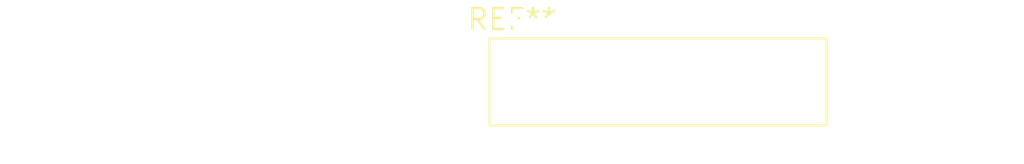
<source format=kicad_pcb>
(kicad_pcb (version 20240108) (generator pcbnew)
  (layers (0 "F.Cu" signal) (31 "B.Cu" signal) (34 "B.Paste" user) (35 "F.Paste" user) (36 "B.SilkS" user "B.Silkscreen") (37 "F.SilkS" user "F.Silkscreen") (38 "B.Mask" user) (39 "F.Mask" user) (44 "Edge.Cuts" user))
  (net 0 "")
  (footprint "Samtec_HLE-108-02-xx-DV-PE-LC_2x08_P2.54mm_Horizontal" (layer "F.Cu") (at 0 0)
    (property "Reference" "REF**")
    (property "Value" "Samtec_HLE-108-02-xx-DV-PE-LC_2x08_P2.54mm_Horizontal")
    (fp_line (start -1.38 1.16) (end 19.16 1.16) (layer "F.SilkS") (stroke (width 0.12)))
    (fp_line (start -1.38 6.46) (end -1.38 1.16) (layer "F.SilkS") (stroke (width 0.12)))
    (fp_line (start 19.16 1.16) (end 19.16 6.46) (layer "F.SilkS") (stroke (width 0.12)))
    (fp_line (start 19.16 6.46) (end -1.38 6.46) (layer "F.SilkS") (stroke (width 0.12)))
    (pad "" np_thru_hole circle (at 0 2.54) (size 1.4 1.4) (drill 1.4) (layers *.Cu *.Mask))
    (pad "" np_thru_hole circle (at 0 5.08) (size 1.4 1.4) (drill 1.4) (layers *.Cu *.Mask))
    (pad "" np_thru_hole circle (at 1.27 3.81) (size 1.19 1.19) (drill 1.19) (layers *.Cu *.Mask))
    (pad "" np_thru_hole circle (at 2.54 2.54) (size 1.4 1.4) (drill 1.4) (layers *.Cu *.Mask))
    (pad "" np_thru_hole circle (at 2.54 5.08) (size 1.4 1.4) (drill 1.4) (layers *.Cu *.Mask))
    (pad "" np_thru_hole circle (at 5.08 2.54) (size 1.4 1.4) (drill 1.4) (layers *.Cu *.Mask))
    (pad "" np_thru_hole circle (at 5.08 5.08) (size 1.4 1.4) (drill 1.4) (layers *.Cu *.Mask))
    (pad "" np_thru_hole circle (at 7.62 2.54) (size 1.4 1.4) (drill 1.4) (layers *.Cu *.Mask))
    (pad "" np_thru_hole circle (at 7.62 5.08) (size 1.4 1.4) (drill 1.4) (layers *.Cu *.Mask))
    (pad "" np_thru_hole circle (at 10.16 2.54) (size 1.4 1.4) (drill 1.4) (layers *.Cu *.Mask))
    (pad "" np_thru_hole circle (at 10.16 5.08) (size 1.4 1.4) (drill 1.4) (layers *.Cu *.Mask))
    (pad "" np_thru_hole circle (at 12.7 2.54) (size 1.4 1.4) (drill 1.4) (layers *.Cu *.Mask))
    (pad "" np_thru_hole circle (at 12.7 5.08) (size 1.4 1.4) (drill 1.4) (layers *.Cu *.Mask))
    (pad "" np_thru_hole circle (at 15.24 2.54) (size 1.4 1.4) (drill 1.4) (layers *.Cu *.Mask))
    (pad "" np_thru_hole circle (at 15.24 5.08) (size 1.4 1.4) (drill 1.4) (layers *.Cu *.Mask))
    (pad "" np_thru_hole circle (at 16.51 3.81) (size 1.19 1.19) (drill 1.19) (layers *.Cu *.Mask))
    (pad "" np_thru_hole circle (at 17.78 2.54) (size 1.4 1.4) (drill 1.4) (layers *.Cu *.Mask))
    (pad "" np_thru_hole circle (at 17.78 5.08) (size 1.4 1.4) (drill 1.4) (layers *.Cu *.Mask))
    (pad "1" thru_hole roundrect (at 0 0) (size 1.31 1.31) (drill 0.71) (layers *.Cu *.Mask) (remove_unused_layers) (roundrect_rratio 0.19084))
    (pad "2" thru_hole circle (at 0 7.62) (size 1.31 1.31) (drill 0.71) (layers *.Cu *.Mask) (remove_unused_layers))
    (pad "3" thru_hole circle (at 2.54 0) (size 1.31 1.31) (drill 0.71) (layers *.Cu *.Mask) (remove_unused_layers))
    (pad "4" thru_hole circle (at 2.54 7.62) (size 1.31 1.31) (drill 0.71) (layers *.Cu *.Mask) (remove_unused_layers))
    (pad "5" thru_hole circle (at 5.08 0) (size 1.31 1.31) (drill 0.71) (layers *.Cu *.Mask) (remove_unused_layers))
    (pad "6" thru_hole circle (at 5.08 7.62) (size 1.31 1.31) (drill 0.71) (layers *.Cu *.Mask) (remove_unused_layers))
    (pad "7" thru_hole circle (at 7.62 0) (size 1.31 1.31) (drill 0.71) (layers *.Cu *.Mask) (remove_unused_layers))
    (pad "8" thru_hole circle (at 7.62 7.62) (size 1.31 1.31) (drill 0.71) (layers *.Cu *.Mask) (remove_unused_layers))
    (pad "9" thru_hole circle (at 10.16 0) (size 1.31 1.31) (drill 0.71) (layers *.Cu *.Mask) (remove_unused_layers))
    (pad "10" thru_hole circle (at 10.16 7.62) (size 1.31 1.31) (drill 0.71) (layers *.Cu *.Mask) (remove_unused_layers))
    (pad "11" thru_hole circle (at 12.7 0) (size 1.31 1.31) (drill 0.71) (layers *.Cu *.Mask) (remove_unused_layers))
    (pad "12" thru_hole circle (at 12.7 7.62) (size 1.31 1.31) (drill 0.71) (layers *.Cu *.Mask) (remove_unused_layers))
    (pad "13" thru_hole circle (at 15.24 0) (size 1.31 1.31) (drill 0.71) (layers *.Cu *.Mask) (remove_unused_layers))
    (pad "14" thru_hole circle (at 15.24 7.62) (size 1.31 1.31) (drill 0.71) (layers *.Cu *.Mask) (remove_unused_layers))
    (pad "15" thru_hole circle (at 17.78 0) (size 1.31 1.31) (drill 0.71) (layers *.Cu *.Mask) (remove_unused_layers))
    (pad "16" thru_hole circle (at 17.78 7.62) (size 1.31 1.31) (drill 0.71) (layers *.Cu *.Mask) (remove_unused_layers))
  )
)
</source>
